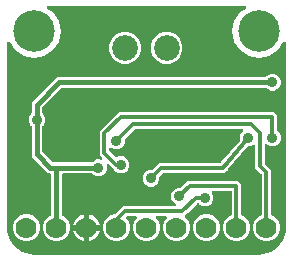
<source format=gbr>
G04 EAGLE Gerber RS-274X export*
G75*
%MOMM*%
%FSLAX34Y34*%
%LPD*%
%INBottom Copper*%
%IPPOS*%
%AMOC8*
5,1,8,0,0,1.08239X$1,22.5*%
G01*
%ADD10C,2.184400*%
%ADD11C,3.516000*%
%ADD12C,1.778000*%
%ADD13C,0.906400*%
%ADD14C,0.406400*%
%ADD15C,0.304800*%

G36*
X215922Y2543D02*
X215922Y2543D01*
X216000Y2545D01*
X219377Y2810D01*
X219445Y2824D01*
X219514Y2829D01*
X219670Y2869D01*
X226094Y4956D01*
X226201Y5006D01*
X226312Y5050D01*
X226363Y5083D01*
X226382Y5091D01*
X226397Y5104D01*
X226448Y5136D01*
X231912Y9107D01*
X231999Y9188D01*
X232046Y9227D01*
X232052Y9231D01*
X232053Y9232D01*
X232091Y9264D01*
X232129Y9310D01*
X232144Y9324D01*
X232155Y9342D01*
X232193Y9388D01*
X236164Y14852D01*
X236221Y14956D01*
X236285Y15056D01*
X236307Y15113D01*
X236317Y15131D01*
X236322Y15151D01*
X236344Y15206D01*
X238431Y21630D01*
X238444Y21698D01*
X238467Y21764D01*
X238490Y21923D01*
X238755Y25300D01*
X238755Y25304D01*
X238756Y25307D01*
X238755Y25326D01*
X238759Y25400D01*
X238759Y181766D01*
X238746Y181870D01*
X238742Y181974D01*
X238726Y182027D01*
X238719Y182081D01*
X238681Y182178D01*
X238651Y182279D01*
X238623Y182326D01*
X238602Y182377D01*
X238541Y182462D01*
X238487Y182551D01*
X238448Y182590D01*
X238416Y182635D01*
X238335Y182701D01*
X238261Y182774D01*
X238213Y182802D01*
X238171Y182837D01*
X238076Y182882D01*
X237986Y182934D01*
X237933Y182949D01*
X237883Y182973D01*
X237780Y182992D01*
X237680Y183021D01*
X237625Y183022D01*
X237571Y183033D01*
X237466Y183026D01*
X237362Y183029D01*
X237308Y183016D01*
X237253Y183013D01*
X237154Y182981D01*
X237052Y182957D01*
X237003Y182932D01*
X236951Y182915D01*
X236862Y182859D01*
X236770Y182811D01*
X236728Y182774D01*
X236682Y182745D01*
X236610Y182669D01*
X236532Y182599D01*
X236479Y182529D01*
X236464Y182513D01*
X236457Y182500D01*
X236435Y182471D01*
X231934Y175736D01*
X224578Y170820D01*
X215900Y169094D01*
X207222Y170820D01*
X199866Y175736D01*
X194950Y183092D01*
X193224Y191770D01*
X194950Y200448D01*
X199866Y207804D01*
X204700Y211035D01*
X204779Y211103D01*
X204864Y211164D01*
X204899Y211207D01*
X204941Y211243D01*
X205000Y211329D01*
X205067Y211409D01*
X205090Y211459D01*
X205121Y211505D01*
X205158Y211603D01*
X205202Y211697D01*
X205213Y211751D01*
X205232Y211803D01*
X205242Y211907D01*
X205262Y212010D01*
X205259Y212065D01*
X205264Y212119D01*
X205249Y212223D01*
X205242Y212327D01*
X205225Y212379D01*
X205217Y212434D01*
X205176Y212530D01*
X205144Y212629D01*
X205115Y212676D01*
X205093Y212727D01*
X205030Y212810D01*
X204974Y212898D01*
X204934Y212936D01*
X204900Y212980D01*
X204818Y213045D01*
X204742Y213116D01*
X204694Y213143D01*
X204651Y213177D01*
X204555Y213219D01*
X204464Y213270D01*
X204411Y213283D01*
X204360Y213306D01*
X204257Y213323D01*
X204156Y213349D01*
X204068Y213355D01*
X204046Y213358D01*
X204032Y213357D01*
X203995Y213359D01*
X37305Y213359D01*
X37201Y213346D01*
X37097Y213342D01*
X37044Y213326D01*
X36989Y213319D01*
X36892Y213281D01*
X36792Y213251D01*
X36745Y213223D01*
X36694Y213202D01*
X36609Y213141D01*
X36519Y213087D01*
X36481Y213048D01*
X36436Y213016D01*
X36369Y212935D01*
X36296Y212861D01*
X36269Y212813D01*
X36233Y212771D01*
X36189Y212676D01*
X36136Y212586D01*
X36121Y212533D01*
X36098Y212483D01*
X36078Y212380D01*
X36050Y212280D01*
X36048Y212225D01*
X36038Y212171D01*
X36045Y212066D01*
X36042Y211962D01*
X36054Y211908D01*
X36058Y211853D01*
X36090Y211754D01*
X36113Y211652D01*
X36139Y211603D01*
X36156Y211551D01*
X36212Y211462D01*
X36260Y211370D01*
X36296Y211328D01*
X36326Y211282D01*
X36402Y211210D01*
X36472Y211132D01*
X36542Y211079D01*
X36558Y211064D01*
X36571Y211057D01*
X36600Y211035D01*
X41434Y207804D01*
X46350Y200448D01*
X48076Y191770D01*
X46350Y183092D01*
X41434Y175736D01*
X34078Y170820D01*
X25400Y169094D01*
X16722Y170820D01*
X9366Y175736D01*
X4865Y182471D01*
X4797Y182550D01*
X4736Y182635D01*
X4693Y182670D01*
X4657Y182711D01*
X4571Y182771D01*
X4491Y182837D01*
X4441Y182861D01*
X4395Y182892D01*
X4297Y182928D01*
X4203Y182973D01*
X4149Y182983D01*
X4097Y183002D01*
X3993Y183013D01*
X3890Y183033D01*
X3835Y183029D01*
X3781Y183035D01*
X3677Y183019D01*
X3573Y183013D01*
X3521Y182996D01*
X3466Y182988D01*
X3370Y182947D01*
X3271Y182915D01*
X3224Y182885D01*
X3173Y182864D01*
X3090Y182801D01*
X3002Y182745D01*
X2964Y182705D01*
X2920Y182671D01*
X2855Y182589D01*
X2784Y182513D01*
X2757Y182465D01*
X2723Y182422D01*
X2681Y182326D01*
X2630Y182235D01*
X2617Y182181D01*
X2594Y182131D01*
X2577Y182028D01*
X2551Y181927D01*
X2545Y181839D01*
X2542Y181817D01*
X2543Y181802D01*
X2541Y181766D01*
X2541Y25400D01*
X2543Y25378D01*
X2545Y25300D01*
X2810Y21923D01*
X2824Y21855D01*
X2829Y21786D01*
X2869Y21630D01*
X4956Y15206D01*
X5006Y15099D01*
X5050Y14988D01*
X5083Y14937D01*
X5091Y14918D01*
X5104Y14903D01*
X5136Y14852D01*
X9107Y9388D01*
X9127Y9366D01*
X9138Y9348D01*
X9184Y9305D01*
X9188Y9301D01*
X9264Y9209D01*
X9310Y9171D01*
X9324Y9156D01*
X9342Y9145D01*
X9388Y9107D01*
X14596Y5322D01*
X14852Y5136D01*
X14956Y5079D01*
X15056Y5015D01*
X15113Y4993D01*
X15131Y4983D01*
X15151Y4978D01*
X15206Y4956D01*
X21630Y2869D01*
X21698Y2856D01*
X21764Y2833D01*
X21923Y2810D01*
X25300Y2545D01*
X25322Y2546D01*
X25400Y2541D01*
X215900Y2541D01*
X215922Y2543D01*
G37*
%LPC*%
G36*
X42176Y13969D02*
X42176Y13969D01*
X37975Y15709D01*
X34759Y18925D01*
X33019Y23126D01*
X33019Y27674D01*
X34759Y31875D01*
X37975Y35091D01*
X39094Y35554D01*
X39119Y35569D01*
X39147Y35578D01*
X39257Y35647D01*
X39370Y35711D01*
X39391Y35732D01*
X39416Y35748D01*
X39505Y35842D01*
X39598Y35933D01*
X39614Y35958D01*
X39634Y35979D01*
X39697Y36093D01*
X39765Y36204D01*
X39773Y36232D01*
X39788Y36258D01*
X39820Y36384D01*
X39858Y36508D01*
X39860Y36537D01*
X39867Y36566D01*
X39877Y36727D01*
X39877Y70358D01*
X39862Y70476D01*
X39855Y70595D01*
X39842Y70633D01*
X39837Y70674D01*
X39794Y70784D01*
X39757Y70897D01*
X39735Y70932D01*
X39720Y70969D01*
X39651Y71065D01*
X39587Y71166D01*
X39557Y71194D01*
X39534Y71227D01*
X39442Y71303D01*
X39355Y71384D01*
X39320Y71404D01*
X39289Y71429D01*
X39181Y71480D01*
X39077Y71538D01*
X39037Y71548D01*
X39001Y71565D01*
X38884Y71587D01*
X38769Y71617D01*
X38709Y71621D01*
X38689Y71625D01*
X38668Y71623D01*
X38608Y71627D01*
X37476Y71627D01*
X23367Y85736D01*
X23367Y110885D01*
X23355Y110983D01*
X23352Y111082D01*
X23335Y111140D01*
X23327Y111200D01*
X23291Y111292D01*
X23263Y111387D01*
X23233Y111440D01*
X23210Y111496D01*
X23152Y111576D01*
X23102Y111661D01*
X23036Y111737D01*
X23024Y111753D01*
X23014Y111761D01*
X22996Y111782D01*
X21944Y112834D01*
X20867Y115433D01*
X20867Y118247D01*
X21944Y120846D01*
X22995Y121898D01*
X23056Y121976D01*
X23124Y122048D01*
X23153Y122101D01*
X23190Y122149D01*
X23230Y122240D01*
X23278Y122327D01*
X23293Y122385D01*
X23317Y122441D01*
X23332Y122539D01*
X23357Y122635D01*
X23363Y122735D01*
X23367Y122755D01*
X23365Y122767D01*
X23367Y122795D01*
X23367Y131434D01*
X45096Y153163D01*
X221375Y153163D01*
X221473Y153175D01*
X221572Y153178D01*
X221630Y153195D01*
X221690Y153203D01*
X221782Y153239D01*
X221877Y153267D01*
X221930Y153297D01*
X221986Y153320D01*
X222066Y153378D01*
X222151Y153428D01*
X222227Y153494D01*
X222243Y153506D01*
X222251Y153516D01*
X222272Y153534D01*
X223324Y154586D01*
X225923Y155663D01*
X228737Y155663D01*
X231336Y154586D01*
X233326Y152596D01*
X234403Y149997D01*
X234403Y147183D01*
X233326Y144584D01*
X231336Y142594D01*
X228737Y141517D01*
X225923Y141517D01*
X223324Y142594D01*
X222272Y143646D01*
X222194Y143706D01*
X222122Y143774D01*
X222069Y143803D01*
X222021Y143840D01*
X221930Y143880D01*
X221843Y143928D01*
X221785Y143943D01*
X221729Y143967D01*
X221631Y143982D01*
X221535Y144007D01*
X221435Y144013D01*
X221415Y144017D01*
X221403Y144015D01*
X221375Y144017D01*
X49410Y144017D01*
X49312Y144005D01*
X49213Y144002D01*
X49154Y143985D01*
X49094Y143977D01*
X49002Y143941D01*
X48907Y143913D01*
X48855Y143883D01*
X48799Y143860D01*
X48719Y143802D01*
X48633Y143752D01*
X48558Y143686D01*
X48541Y143674D01*
X48533Y143664D01*
X48512Y143646D01*
X32884Y128018D01*
X32824Y127939D01*
X32756Y127867D01*
X32727Y127814D01*
X32690Y127766D01*
X32650Y127675D01*
X32602Y127589D01*
X32587Y127530D01*
X32563Y127475D01*
X32548Y127377D01*
X32523Y127281D01*
X32517Y127181D01*
X32513Y127160D01*
X32515Y127148D01*
X32513Y127120D01*
X32513Y122795D01*
X32525Y122697D01*
X32528Y122598D01*
X32545Y122540D01*
X32553Y122480D01*
X32589Y122388D01*
X32617Y122293D01*
X32647Y122240D01*
X32670Y122184D01*
X32728Y122104D01*
X32778Y122019D01*
X32844Y121943D01*
X32856Y121927D01*
X32866Y121919D01*
X32885Y121898D01*
X33936Y120846D01*
X35013Y118247D01*
X35013Y115433D01*
X33936Y112834D01*
X32884Y111782D01*
X32824Y111704D01*
X32756Y111632D01*
X32727Y111579D01*
X32690Y111531D01*
X32650Y111440D01*
X32602Y111353D01*
X32587Y111295D01*
X32563Y111239D01*
X32548Y111141D01*
X32523Y111045D01*
X32517Y110945D01*
X32513Y110925D01*
X32515Y110913D01*
X32513Y110885D01*
X32513Y90050D01*
X32525Y89952D01*
X32528Y89853D01*
X32545Y89794D01*
X32553Y89734D01*
X32589Y89642D01*
X32617Y89547D01*
X32647Y89495D01*
X32670Y89439D01*
X32728Y89359D01*
X32778Y89273D01*
X32844Y89198D01*
X32856Y89181D01*
X32866Y89173D01*
X32884Y89152D01*
X40892Y81144D01*
X40971Y81084D01*
X41043Y81016D01*
X41096Y80987D01*
X41144Y80950D01*
X41235Y80910D01*
X41321Y80862D01*
X41380Y80847D01*
X41435Y80823D01*
X41533Y80808D01*
X41629Y80783D01*
X41729Y80777D01*
X41750Y80773D01*
X41762Y80775D01*
X41790Y80773D01*
X74055Y80773D01*
X74153Y80785D01*
X74252Y80788D01*
X74310Y80805D01*
X74370Y80813D01*
X74462Y80849D01*
X74557Y80877D01*
X74610Y80907D01*
X74666Y80930D01*
X74746Y80988D01*
X74831Y81038D01*
X74907Y81104D01*
X74923Y81116D01*
X74931Y81126D01*
X74952Y81144D01*
X76004Y82196D01*
X78603Y83273D01*
X81417Y83273D01*
X81585Y83203D01*
X81653Y83185D01*
X81717Y83157D01*
X81805Y83143D01*
X81892Y83119D01*
X81962Y83118D01*
X82031Y83107D01*
X82120Y83115D01*
X82210Y83114D01*
X82278Y83130D01*
X82347Y83137D01*
X82432Y83167D01*
X82519Y83188D01*
X82581Y83221D01*
X82647Y83244D01*
X82721Y83295D01*
X82800Y83337D01*
X82852Y83384D01*
X82910Y83423D01*
X82969Y83490D01*
X83036Y83551D01*
X83074Y83609D01*
X83120Y83661D01*
X83161Y83741D01*
X83210Y83816D01*
X83233Y83882D01*
X83265Y83945D01*
X83285Y84032D01*
X83314Y84117D01*
X83319Y84187D01*
X83335Y84255D01*
X83332Y84345D01*
X83339Y84434D01*
X83327Y84503D01*
X83325Y84573D01*
X83300Y84659D01*
X83285Y84748D01*
X83256Y84811D01*
X83236Y84878D01*
X83191Y84956D01*
X83154Y85038D01*
X83110Y85092D01*
X83075Y85152D01*
X82969Y85273D01*
X81025Y87216D01*
X81025Y107094D01*
X97376Y123445D01*
X229014Y123445D01*
X231395Y121064D01*
X231395Y108063D01*
X231407Y107965D01*
X231410Y107866D01*
X231427Y107808D01*
X231435Y107748D01*
X231471Y107656D01*
X231499Y107561D01*
X231529Y107508D01*
X231552Y107452D01*
X231610Y107372D01*
X231660Y107287D01*
X231726Y107211D01*
X231738Y107195D01*
X231748Y107187D01*
X231766Y107166D01*
X233326Y105606D01*
X234403Y103007D01*
X234403Y100193D01*
X233326Y97594D01*
X231336Y95604D01*
X228737Y94527D01*
X225923Y94527D01*
X223324Y95604D01*
X222766Y96161D01*
X222657Y96246D01*
X222550Y96335D01*
X222531Y96344D01*
X222515Y96356D01*
X222387Y96412D01*
X222262Y96471D01*
X222242Y96474D01*
X222223Y96482D01*
X222085Y96504D01*
X221949Y96530D01*
X221929Y96529D01*
X221909Y96532D01*
X221770Y96519D01*
X221632Y96511D01*
X221613Y96504D01*
X221593Y96503D01*
X221462Y96455D01*
X221330Y96413D01*
X221312Y96402D01*
X221293Y96395D01*
X221179Y96317D01*
X221061Y96242D01*
X221047Y96228D01*
X221030Y96216D01*
X220938Y96112D01*
X220843Y96011D01*
X220833Y95993D01*
X220820Y95978D01*
X220757Y95854D01*
X220689Y95732D01*
X220684Y95713D01*
X220675Y95695D01*
X220645Y95559D01*
X220610Y95424D01*
X220608Y95396D01*
X220605Y95384D01*
X220606Y95364D01*
X220600Y95264D01*
X220600Y80314D01*
X220612Y80216D01*
X220615Y80117D01*
X220632Y80059D01*
X220640Y79999D01*
X220676Y79907D01*
X220704Y79812D01*
X220734Y79760D01*
X220757Y79703D01*
X220815Y79623D01*
X220865Y79538D01*
X220931Y79462D01*
X220943Y79446D01*
X220953Y79438D01*
X220971Y79417D01*
X226315Y74074D01*
X226315Y36937D01*
X226318Y36908D01*
X226316Y36878D01*
X226338Y36750D01*
X226355Y36621D01*
X226365Y36594D01*
X226370Y36565D01*
X226424Y36446D01*
X226472Y36326D01*
X226489Y36302D01*
X226501Y36275D01*
X226582Y36174D01*
X226658Y36068D01*
X226681Y36050D01*
X226700Y36027D01*
X226803Y35949D01*
X226903Y35866D01*
X226930Y35853D01*
X226954Y35835D01*
X227098Y35764D01*
X228725Y35091D01*
X231941Y31875D01*
X233681Y27674D01*
X233681Y23126D01*
X231941Y18925D01*
X228725Y15709D01*
X224524Y13969D01*
X219976Y13969D01*
X215775Y15709D01*
X212559Y18925D01*
X210819Y23126D01*
X210819Y27674D01*
X212559Y31875D01*
X215775Y35091D01*
X217402Y35764D01*
X217427Y35779D01*
X217455Y35788D01*
X217565Y35858D01*
X217678Y35922D01*
X217699Y35942D01*
X217724Y35958D01*
X217813Y36053D01*
X217906Y36143D01*
X217922Y36168D01*
X217942Y36190D01*
X218005Y36303D01*
X218073Y36414D01*
X218081Y36442D01*
X218096Y36468D01*
X218128Y36594D01*
X218166Y36718D01*
X218168Y36748D01*
X218175Y36776D01*
X218185Y36937D01*
X218185Y70181D01*
X218173Y70279D01*
X218170Y70378D01*
X218153Y70436D01*
X218145Y70496D01*
X218109Y70588D01*
X218081Y70683D01*
X218051Y70735D01*
X218028Y70792D01*
X217970Y70872D01*
X217920Y70957D01*
X217854Y71033D01*
X217842Y71049D01*
X217832Y71057D01*
X217814Y71078D01*
X215223Y73669D01*
X212470Y76421D01*
X212470Y94307D01*
X212464Y94356D01*
X212466Y94406D01*
X212444Y94513D01*
X212430Y94622D01*
X212412Y94669D01*
X212402Y94717D01*
X212354Y94816D01*
X212313Y94918D01*
X212284Y94958D01*
X212262Y95003D01*
X212191Y95086D01*
X212127Y95175D01*
X212088Y95207D01*
X212056Y95245D01*
X211966Y95308D01*
X211882Y95378D01*
X211837Y95399D01*
X211796Y95428D01*
X211693Y95467D01*
X211594Y95514D01*
X211545Y95523D01*
X211499Y95541D01*
X211389Y95553D01*
X211282Y95573D01*
X211232Y95570D01*
X211183Y95576D01*
X211074Y95560D01*
X210964Y95554D01*
X210917Y95538D01*
X210868Y95531D01*
X210715Y95479D01*
X208417Y94527D01*
X206920Y94527D01*
X206771Y94508D01*
X206622Y94492D01*
X206613Y94489D01*
X206604Y94487D01*
X206465Y94432D01*
X206325Y94379D01*
X206317Y94374D01*
X206309Y94370D01*
X206188Y94283D01*
X206065Y94196D01*
X206056Y94187D01*
X206051Y94184D01*
X206043Y94173D01*
X205953Y94080D01*
X189787Y75061D01*
X189761Y75021D01*
X189728Y74986D01*
X189674Y74889D01*
X189613Y74795D01*
X189597Y74750D01*
X189574Y74708D01*
X189547Y74600D01*
X189535Y74567D01*
X188447Y73478D01*
X188433Y73461D01*
X188377Y73403D01*
X187389Y72241D01*
X187349Y72221D01*
X187302Y72207D01*
X187206Y72151D01*
X187175Y72135D01*
X185636Y72135D01*
X185614Y72133D01*
X185533Y72131D01*
X184013Y72008D01*
X183970Y72023D01*
X183928Y72046D01*
X183820Y72073D01*
X183714Y72109D01*
X183666Y72113D01*
X183620Y72125D01*
X183459Y72135D01*
X135559Y72135D01*
X135461Y72123D01*
X135362Y72120D01*
X135304Y72103D01*
X135244Y72095D01*
X135152Y72059D01*
X135057Y72031D01*
X135005Y72001D01*
X134948Y71978D01*
X134868Y71920D01*
X134783Y71870D01*
X134707Y71804D01*
X134691Y71792D01*
X134683Y71782D01*
X134662Y71764D01*
X131904Y69006D01*
X131844Y68928D01*
X131776Y68856D01*
X131747Y68803D01*
X131710Y68755D01*
X131670Y68664D01*
X131622Y68577D01*
X131607Y68519D01*
X131583Y68463D01*
X131568Y68365D01*
X131543Y68269D01*
X131537Y68169D01*
X131533Y68149D01*
X131535Y68137D01*
X131533Y68109D01*
X131533Y65903D01*
X130456Y63304D01*
X128466Y61314D01*
X125867Y60237D01*
X123053Y60237D01*
X120454Y61314D01*
X118464Y63304D01*
X117387Y65903D01*
X117387Y68717D01*
X118464Y71316D01*
X120454Y73306D01*
X123053Y74383D01*
X125259Y74383D01*
X125357Y74395D01*
X125456Y74398D01*
X125514Y74415D01*
X125574Y74423D01*
X125666Y74459D01*
X125761Y74487D01*
X125813Y74517D01*
X125870Y74540D01*
X125950Y74598D01*
X126035Y74648D01*
X126111Y74714D01*
X126127Y74726D01*
X126135Y74736D01*
X126156Y74754D01*
X131666Y80265D01*
X182953Y80265D01*
X183103Y80284D01*
X183251Y80300D01*
X183260Y80303D01*
X183269Y80305D01*
X183409Y80360D01*
X183549Y80413D01*
X183556Y80418D01*
X183565Y80422D01*
X183686Y80509D01*
X183809Y80596D01*
X183817Y80605D01*
X183822Y80608D01*
X183830Y80619D01*
X183920Y80712D01*
X199635Y99200D01*
X199661Y99240D01*
X199694Y99275D01*
X199748Y99372D01*
X199809Y99466D01*
X199825Y99511D01*
X199848Y99553D01*
X199875Y99661D01*
X199911Y99767D01*
X199915Y99815D01*
X199927Y99861D01*
X199937Y100022D01*
X199937Y103007D01*
X201014Y105606D01*
X202206Y106799D01*
X202291Y106908D01*
X202380Y107015D01*
X202389Y107034D01*
X202401Y107050D01*
X202456Y107177D01*
X202516Y107303D01*
X202519Y107323D01*
X202527Y107342D01*
X202549Y107480D01*
X202575Y107616D01*
X202574Y107636D01*
X202577Y107656D01*
X202564Y107795D01*
X202556Y107933D01*
X202549Y107952D01*
X202548Y107972D01*
X202500Y108104D01*
X202458Y108235D01*
X202447Y108253D01*
X202440Y108272D01*
X202362Y108387D01*
X202287Y108504D01*
X202273Y108518D01*
X202261Y108535D01*
X202157Y108627D01*
X202056Y108722D01*
X202038Y108732D01*
X202023Y108745D01*
X201899Y108809D01*
X201777Y108876D01*
X201758Y108881D01*
X201740Y108890D01*
X201604Y108920D01*
X201469Y108955D01*
X201441Y108957D01*
X201429Y108960D01*
X201409Y108959D01*
X201309Y108965D01*
X111429Y108965D01*
X111331Y108953D01*
X111232Y108950D01*
X111174Y108933D01*
X111114Y108925D01*
X111022Y108889D01*
X110927Y108861D01*
X110875Y108831D01*
X110818Y108808D01*
X110738Y108750D01*
X110653Y108700D01*
X110577Y108634D01*
X110561Y108622D01*
X110553Y108612D01*
X110532Y108594D01*
X102694Y100756D01*
X102634Y100678D01*
X102566Y100606D01*
X102537Y100553D01*
X102500Y100505D01*
X102460Y100414D01*
X102412Y100327D01*
X102397Y100269D01*
X102373Y100213D01*
X102358Y100115D01*
X102333Y100019D01*
X102327Y99919D01*
X102323Y99899D01*
X102325Y99887D01*
X102323Y99859D01*
X102323Y97653D01*
X101246Y95054D01*
X99256Y93064D01*
X96657Y91987D01*
X93843Y91987D01*
X91197Y93083D01*
X91105Y93160D01*
X91086Y93169D01*
X91070Y93181D01*
X90942Y93237D01*
X90817Y93296D01*
X90797Y93299D01*
X90779Y93307D01*
X90641Y93329D01*
X90504Y93355D01*
X90484Y93354D01*
X90464Y93357D01*
X90326Y93344D01*
X90187Y93336D01*
X90168Y93329D01*
X90148Y93328D01*
X90017Y93280D01*
X89885Y93238D01*
X89868Y93227D01*
X89849Y93220D01*
X89733Y93142D01*
X89616Y93067D01*
X89602Y93053D01*
X89585Y93041D01*
X89493Y92937D01*
X89398Y92836D01*
X89388Y92818D01*
X89375Y92803D01*
X89312Y92679D01*
X89244Y92557D01*
X89239Y92538D01*
X89230Y92520D01*
X89200Y92384D01*
X89165Y92249D01*
X89163Y92221D01*
X89161Y92210D01*
X89161Y92189D01*
X89155Y92089D01*
X89155Y91109D01*
X89167Y91011D01*
X89170Y90912D01*
X89187Y90854D01*
X89195Y90794D01*
X89231Y90702D01*
X89259Y90607D01*
X89289Y90555D01*
X89312Y90498D01*
X89370Y90418D01*
X89420Y90333D01*
X89486Y90257D01*
X89498Y90241D01*
X89508Y90233D01*
X89526Y90212D01*
X94418Y85321D01*
X94441Y85303D01*
X94460Y85280D01*
X94566Y85205D01*
X94669Y85126D01*
X94696Y85114D01*
X94720Y85097D01*
X94842Y85051D01*
X94961Y84999D01*
X94990Y84995D01*
X95018Y84984D01*
X95147Y84970D01*
X95275Y84950D01*
X95304Y84952D01*
X95334Y84949D01*
X95462Y84967D01*
X95592Y84979D01*
X95619Y84989D01*
X95649Y84993D01*
X95801Y85046D01*
X97653Y85813D01*
X100467Y85813D01*
X103066Y84736D01*
X105056Y82746D01*
X106133Y80147D01*
X106133Y77333D01*
X105056Y74734D01*
X103066Y72744D01*
X100467Y71667D01*
X97653Y71667D01*
X95054Y72744D01*
X93064Y74734D01*
X92847Y75258D01*
X92842Y75266D01*
X92840Y75275D01*
X92764Y75404D01*
X92689Y75534D01*
X92683Y75541D01*
X92678Y75549D01*
X92572Y75670D01*
X89083Y79159D01*
X89028Y79201D01*
X88979Y79251D01*
X88903Y79298D01*
X88832Y79353D01*
X88768Y79381D01*
X88708Y79418D01*
X88622Y79444D01*
X88540Y79480D01*
X88471Y79491D01*
X88404Y79511D01*
X88315Y79516D01*
X88226Y79530D01*
X88156Y79523D01*
X88087Y79526D01*
X87999Y79508D01*
X87909Y79500D01*
X87843Y79476D01*
X87775Y79462D01*
X87695Y79423D01*
X87610Y79392D01*
X87552Y79353D01*
X87489Y79322D01*
X87421Y79264D01*
X87347Y79214D01*
X87301Y79161D01*
X87248Y79116D01*
X87196Y79043D01*
X87136Y78975D01*
X87105Y78913D01*
X87064Y78856D01*
X87033Y78772D01*
X86992Y78692D01*
X86976Y78624D01*
X86952Y78559D01*
X86942Y78469D01*
X86922Y78382D01*
X86924Y78312D01*
X86916Y78243D01*
X86929Y78154D01*
X86932Y78064D01*
X86951Y77997D01*
X86961Y77928D01*
X87013Y77775D01*
X87083Y77607D01*
X87083Y74793D01*
X86006Y72194D01*
X84016Y70204D01*
X81417Y69127D01*
X78603Y69127D01*
X76004Y70204D01*
X74952Y71256D01*
X74874Y71316D01*
X74802Y71384D01*
X74749Y71413D01*
X74701Y71450D01*
X74610Y71490D01*
X74523Y71538D01*
X74465Y71553D01*
X74409Y71577D01*
X74311Y71592D01*
X74215Y71617D01*
X74115Y71623D01*
X74095Y71627D01*
X74083Y71625D01*
X74055Y71627D01*
X50292Y71627D01*
X50174Y71612D01*
X50055Y71605D01*
X50017Y71592D01*
X49976Y71587D01*
X49866Y71544D01*
X49753Y71507D01*
X49718Y71485D01*
X49681Y71470D01*
X49585Y71401D01*
X49484Y71337D01*
X49456Y71307D01*
X49423Y71284D01*
X49347Y71192D01*
X49266Y71105D01*
X49246Y71070D01*
X49221Y71039D01*
X49170Y70931D01*
X49112Y70827D01*
X49102Y70787D01*
X49085Y70751D01*
X49063Y70634D01*
X49033Y70519D01*
X49029Y70459D01*
X49025Y70439D01*
X49027Y70418D01*
X49023Y70358D01*
X49023Y36727D01*
X49026Y36697D01*
X49024Y36668D01*
X49046Y36540D01*
X49063Y36411D01*
X49073Y36384D01*
X49078Y36354D01*
X49132Y36236D01*
X49180Y36115D01*
X49197Y36091D01*
X49209Y36064D01*
X49290Y35963D01*
X49366Y35858D01*
X49389Y35839D01*
X49408Y35816D01*
X49511Y35738D01*
X49611Y35655D01*
X49638Y35643D01*
X49662Y35625D01*
X49806Y35554D01*
X50925Y35091D01*
X54141Y31875D01*
X55881Y27674D01*
X55881Y23126D01*
X54141Y18925D01*
X50925Y15709D01*
X46724Y13969D01*
X42176Y13969D01*
G37*
%LPD*%
%LPC*%
G36*
X92976Y13969D02*
X92976Y13969D01*
X88775Y15709D01*
X85559Y18925D01*
X83819Y23126D01*
X83819Y27674D01*
X85559Y31875D01*
X88775Y35091D01*
X92976Y36831D01*
X94057Y36831D01*
X94155Y36843D01*
X94254Y36846D01*
X94312Y36863D01*
X94372Y36871D01*
X94464Y36907D01*
X94559Y36935D01*
X94611Y36965D01*
X94668Y36988D01*
X94748Y37046D01*
X94833Y37096D01*
X94909Y37162D01*
X94925Y37174D01*
X94933Y37184D01*
X94954Y37202D01*
X101186Y43435D01*
X144575Y43435D01*
X144644Y43443D01*
X144714Y43442D01*
X144801Y43463D01*
X144890Y43475D01*
X144955Y43500D01*
X145023Y43517D01*
X145102Y43559D01*
X145186Y43592D01*
X145242Y43633D01*
X145304Y43665D01*
X145370Y43726D01*
X145443Y43778D01*
X145488Y43832D01*
X145539Y43879D01*
X145589Y43954D01*
X145646Y44023D01*
X145676Y44087D01*
X145714Y44145D01*
X145743Y44230D01*
X145781Y44311D01*
X145795Y44380D01*
X145817Y44446D01*
X145824Y44535D01*
X145841Y44623D01*
X145837Y44693D01*
X145842Y44763D01*
X145827Y44851D01*
X145821Y44941D01*
X145800Y45007D01*
X145788Y45076D01*
X145751Y45158D01*
X145723Y45243D01*
X145686Y45302D01*
X145657Y45366D01*
X145601Y45436D01*
X145553Y45512D01*
X145502Y45560D01*
X145459Y45614D01*
X145387Y45668D01*
X145322Y45730D01*
X145260Y45764D01*
X145205Y45806D01*
X145060Y45877D01*
X144584Y46074D01*
X142594Y48064D01*
X141517Y50663D01*
X141517Y53477D01*
X142594Y56076D01*
X144584Y58066D01*
X147183Y59143D01*
X149389Y59143D01*
X149487Y59155D01*
X149586Y59158D01*
X149644Y59175D01*
X149704Y59183D01*
X149796Y59219D01*
X149891Y59247D01*
X149943Y59277D01*
X150000Y59300D01*
X150080Y59358D01*
X150165Y59408D01*
X150241Y59474D01*
X150257Y59486D01*
X150265Y59496D01*
X150286Y59514D01*
X155796Y65025D01*
X198534Y65025D01*
X200915Y62644D01*
X200915Y36937D01*
X200918Y36908D01*
X200916Y36878D01*
X200938Y36750D01*
X200955Y36621D01*
X200965Y36594D01*
X200970Y36565D01*
X201024Y36446D01*
X201072Y36326D01*
X201089Y36302D01*
X201101Y36275D01*
X201182Y36174D01*
X201258Y36068D01*
X201281Y36050D01*
X201300Y36027D01*
X201403Y35949D01*
X201503Y35866D01*
X201530Y35853D01*
X201554Y35835D01*
X201698Y35764D01*
X203325Y35091D01*
X206541Y31875D01*
X208281Y27674D01*
X208281Y23126D01*
X206541Y18925D01*
X203325Y15709D01*
X199124Y13969D01*
X194576Y13969D01*
X190375Y15709D01*
X187159Y18925D01*
X185419Y23126D01*
X185419Y27674D01*
X187159Y31875D01*
X190375Y35091D01*
X192002Y35764D01*
X192027Y35779D01*
X192055Y35788D01*
X192165Y35858D01*
X192278Y35922D01*
X192299Y35942D01*
X192324Y35958D01*
X192413Y36053D01*
X192506Y36143D01*
X192522Y36168D01*
X192542Y36190D01*
X192605Y36303D01*
X192673Y36414D01*
X192681Y36442D01*
X192696Y36468D01*
X192728Y36594D01*
X192766Y36718D01*
X192768Y36748D01*
X192775Y36776D01*
X192785Y36937D01*
X192785Y55626D01*
X192770Y55744D01*
X192763Y55863D01*
X192750Y55901D01*
X192745Y55942D01*
X192702Y56052D01*
X192665Y56165D01*
X192643Y56200D01*
X192628Y56237D01*
X192559Y56333D01*
X192495Y56434D01*
X192465Y56462D01*
X192442Y56495D01*
X192350Y56571D01*
X192263Y56652D01*
X192228Y56672D01*
X192197Y56697D01*
X192089Y56748D01*
X191985Y56806D01*
X191945Y56816D01*
X191909Y56833D01*
X191792Y56855D01*
X191677Y56885D01*
X191617Y56889D01*
X191597Y56893D01*
X191576Y56891D01*
X191516Y56895D01*
X177151Y56895D01*
X177013Y56878D01*
X176875Y56865D01*
X176856Y56858D01*
X176836Y56855D01*
X176706Y56804D01*
X176575Y56757D01*
X176559Y56746D01*
X176540Y56738D01*
X176427Y56657D01*
X176312Y56578D01*
X176299Y56563D01*
X176283Y56552D01*
X176194Y56444D01*
X176102Y56340D01*
X176093Y56322D01*
X176080Y56307D01*
X176021Y56181D01*
X175957Y56057D01*
X175953Y56037D01*
X175944Y56019D01*
X175918Y55883D01*
X175888Y55746D01*
X175888Y55726D01*
X175885Y55707D01*
X175893Y55568D01*
X175897Y55429D01*
X175903Y55409D01*
X175904Y55389D01*
X175947Y55257D01*
X175986Y55123D01*
X175996Y55106D01*
X176002Y55087D01*
X176077Y54969D01*
X176148Y54849D01*
X176166Y54828D01*
X176169Y54824D01*
X177253Y52207D01*
X177253Y49393D01*
X176176Y46794D01*
X174186Y44804D01*
X171587Y43727D01*
X168773Y43727D01*
X166174Y44804D01*
X165141Y45837D01*
X165047Y45910D01*
X164957Y45989D01*
X164921Y46007D01*
X164889Y46032D01*
X164780Y46079D01*
X164674Y46133D01*
X164635Y46142D01*
X164597Y46158D01*
X164480Y46177D01*
X164364Y46203D01*
X164323Y46202D01*
X164283Y46208D01*
X164165Y46197D01*
X164046Y46193D01*
X164007Y46182D01*
X163967Y46178D01*
X163855Y46138D01*
X163740Y46105D01*
X163706Y46085D01*
X163667Y46071D01*
X163569Y46004D01*
X163466Y45944D01*
X163421Y45904D01*
X163404Y45892D01*
X163391Y45877D01*
X163346Y45837D01*
X155566Y38058D01*
X153459Y35951D01*
X153386Y35857D01*
X153308Y35768D01*
X153289Y35732D01*
X153264Y35700D01*
X153217Y35590D01*
X153163Y35484D01*
X153154Y35445D01*
X153138Y35408D01*
X153119Y35290D01*
X153093Y35174D01*
X153095Y35134D01*
X153088Y35094D01*
X153099Y34975D01*
X153103Y34856D01*
X153114Y34817D01*
X153118Y34777D01*
X153158Y34665D01*
X153191Y34551D01*
X153212Y34516D01*
X153226Y34478D01*
X153293Y34379D01*
X153353Y34277D01*
X153393Y34232D01*
X153404Y34215D01*
X153420Y34201D01*
X153459Y34156D01*
X155741Y31875D01*
X157481Y27674D01*
X157481Y23126D01*
X155741Y18925D01*
X152525Y15709D01*
X148324Y13969D01*
X143776Y13969D01*
X139575Y15709D01*
X136359Y18925D01*
X134619Y23126D01*
X134619Y27674D01*
X136359Y31875D01*
X137623Y33139D01*
X137708Y33248D01*
X137797Y33355D01*
X137806Y33374D01*
X137818Y33390D01*
X137873Y33517D01*
X137932Y33643D01*
X137936Y33663D01*
X137944Y33682D01*
X137966Y33820D01*
X137992Y33956D01*
X137991Y33976D01*
X137994Y33996D01*
X137981Y34135D01*
X137972Y34273D01*
X137966Y34292D01*
X137964Y34312D01*
X137917Y34444D01*
X137874Y34575D01*
X137864Y34593D01*
X137857Y34612D01*
X137779Y34727D01*
X137704Y34844D01*
X137690Y34858D01*
X137678Y34875D01*
X137574Y34967D01*
X137473Y35062D01*
X137455Y35072D01*
X137440Y35085D01*
X137316Y35149D01*
X137194Y35216D01*
X137175Y35221D01*
X137157Y35230D01*
X137021Y35260D01*
X136886Y35295D01*
X136858Y35297D01*
X136846Y35300D01*
X136826Y35299D01*
X136726Y35305D01*
X129974Y35305D01*
X129836Y35288D01*
X129698Y35275D01*
X129679Y35268D01*
X129659Y35265D01*
X129530Y35214D01*
X129399Y35167D01*
X129382Y35156D01*
X129363Y35148D01*
X129251Y35067D01*
X129136Y34989D01*
X129122Y34973D01*
X129106Y34962D01*
X129017Y34854D01*
X128925Y34750D01*
X128916Y34732D01*
X128903Y34717D01*
X128844Y34591D01*
X128781Y34467D01*
X128776Y34447D01*
X128768Y34429D01*
X128741Y34292D01*
X128711Y34157D01*
X128712Y34136D01*
X128708Y34117D01*
X128716Y33978D01*
X128721Y33839D01*
X128726Y33819D01*
X128728Y33799D01*
X128770Y33667D01*
X128809Y33533D01*
X128819Y33516D01*
X128826Y33497D01*
X128900Y33379D01*
X128971Y33259D01*
X128989Y33238D01*
X128996Y33228D01*
X129011Y33214D01*
X129077Y33139D01*
X130341Y31875D01*
X132081Y27674D01*
X132081Y23126D01*
X130341Y18925D01*
X127125Y15709D01*
X122924Y13969D01*
X118376Y13969D01*
X114175Y15709D01*
X110959Y18925D01*
X109219Y23126D01*
X109219Y27674D01*
X110959Y31875D01*
X112223Y33139D01*
X112308Y33248D01*
X112397Y33355D01*
X112406Y33374D01*
X112418Y33390D01*
X112473Y33517D01*
X112532Y33643D01*
X112536Y33663D01*
X112544Y33682D01*
X112566Y33820D01*
X112592Y33956D01*
X112591Y33976D01*
X112594Y33996D01*
X112581Y34135D01*
X112572Y34273D01*
X112566Y34292D01*
X112564Y34312D01*
X112517Y34444D01*
X112474Y34575D01*
X112464Y34593D01*
X112457Y34612D01*
X112379Y34727D01*
X112304Y34844D01*
X112290Y34858D01*
X112278Y34875D01*
X112174Y34967D01*
X112073Y35062D01*
X112055Y35072D01*
X112040Y35085D01*
X111916Y35149D01*
X111794Y35216D01*
X111775Y35221D01*
X111757Y35230D01*
X111621Y35260D01*
X111486Y35295D01*
X111458Y35297D01*
X111446Y35300D01*
X111426Y35299D01*
X111326Y35305D01*
X105079Y35305D01*
X104981Y35293D01*
X104882Y35290D01*
X104824Y35273D01*
X104764Y35265D01*
X104672Y35229D01*
X104577Y35201D01*
X104525Y35171D01*
X104468Y35148D01*
X104388Y35090D01*
X104303Y35040D01*
X104227Y34974D01*
X104211Y34962D01*
X104203Y34952D01*
X104182Y34934D01*
X103929Y34681D01*
X103856Y34587D01*
X103778Y34498D01*
X103759Y34462D01*
X103735Y34430D01*
X103687Y34321D01*
X103633Y34214D01*
X103624Y34175D01*
X103608Y34138D01*
X103590Y34020D01*
X103563Y33904D01*
X103565Y33864D01*
X103558Y33824D01*
X103569Y33706D01*
X103573Y33586D01*
X103584Y33547D01*
X103588Y33507D01*
X103628Y33395D01*
X103661Y33281D01*
X103682Y33246D01*
X103696Y33208D01*
X103763Y33109D01*
X103823Y33007D01*
X103863Y32962D01*
X103874Y32945D01*
X103890Y32931D01*
X103929Y32886D01*
X104941Y31875D01*
X106681Y27674D01*
X106681Y23126D01*
X104941Y18925D01*
X101725Y15709D01*
X97524Y13969D01*
X92976Y13969D01*
G37*
%LPD*%
%LPC*%
G36*
X134972Y164337D02*
X134972Y164337D01*
X130024Y166387D01*
X126237Y170174D01*
X124187Y175122D01*
X124187Y180478D01*
X126237Y185426D01*
X130024Y189213D01*
X134972Y191263D01*
X140328Y191263D01*
X145276Y189213D01*
X149063Y185426D01*
X151113Y180478D01*
X151113Y175122D01*
X149063Y170174D01*
X145276Y166387D01*
X140328Y164337D01*
X134972Y164337D01*
G37*
%LPD*%
%LPC*%
G36*
X99972Y164337D02*
X99972Y164337D01*
X95024Y166387D01*
X91237Y170174D01*
X89187Y175122D01*
X89187Y180478D01*
X91237Y185426D01*
X95024Y189213D01*
X99972Y191263D01*
X105328Y191263D01*
X110276Y189213D01*
X114063Y185426D01*
X116113Y180478D01*
X116113Y175122D01*
X114063Y170174D01*
X110276Y166387D01*
X105328Y164337D01*
X99972Y164337D01*
G37*
%LPD*%
%LPC*%
G36*
X169176Y13969D02*
X169176Y13969D01*
X164975Y15709D01*
X161759Y18925D01*
X160019Y23126D01*
X160019Y27674D01*
X161759Y31875D01*
X164975Y35091D01*
X169176Y36831D01*
X173724Y36831D01*
X177925Y35091D01*
X181141Y31875D01*
X182881Y27674D01*
X182881Y23126D01*
X181141Y18925D01*
X177925Y15709D01*
X173724Y13969D01*
X169176Y13969D01*
G37*
%LPD*%
%LPC*%
G36*
X16776Y13969D02*
X16776Y13969D01*
X12575Y15709D01*
X9359Y18925D01*
X7619Y23126D01*
X7619Y27674D01*
X9359Y31875D01*
X12575Y35091D01*
X16776Y36831D01*
X21324Y36831D01*
X25525Y35091D01*
X28741Y31875D01*
X30481Y27674D01*
X30481Y23126D01*
X28741Y18925D01*
X25525Y15709D01*
X21324Y13969D01*
X16776Y13969D01*
G37*
%LPD*%
%LPC*%
G36*
X72349Y27899D02*
X72349Y27899D01*
X72349Y36577D01*
X72527Y36549D01*
X74238Y35993D01*
X75841Y35177D01*
X77297Y34119D01*
X78569Y32847D01*
X79627Y31391D01*
X80443Y29788D01*
X80999Y28077D01*
X81027Y27899D01*
X72349Y27899D01*
G37*
%LPD*%
%LPC*%
G36*
X58673Y27899D02*
X58673Y27899D01*
X58701Y28077D01*
X59257Y29788D01*
X60073Y31391D01*
X61131Y32847D01*
X62403Y34119D01*
X63859Y35177D01*
X65462Y35993D01*
X67173Y36549D01*
X67351Y36577D01*
X67351Y27899D01*
X58673Y27899D01*
G37*
%LPD*%
%LPC*%
G36*
X72349Y22901D02*
X72349Y22901D01*
X81027Y22901D01*
X80999Y22723D01*
X80443Y21012D01*
X79627Y19409D01*
X78569Y17953D01*
X77297Y16681D01*
X75841Y15623D01*
X74238Y14807D01*
X72527Y14251D01*
X72349Y14223D01*
X72349Y22901D01*
G37*
%LPD*%
%LPC*%
G36*
X67173Y14251D02*
X67173Y14251D01*
X65462Y14807D01*
X63859Y15623D01*
X62403Y16681D01*
X61131Y17953D01*
X60073Y19409D01*
X59257Y21012D01*
X58701Y22723D01*
X58673Y22901D01*
X67351Y22901D01*
X67351Y14223D01*
X67173Y14251D01*
G37*
%LPD*%
D10*
X102650Y177800D03*
X137650Y177800D03*
D11*
X25400Y191770D03*
X215900Y191770D03*
D12*
X222250Y25400D03*
X196850Y25400D03*
X171450Y25400D03*
X146050Y25400D03*
X120650Y25400D03*
X95250Y25400D03*
X69850Y25400D03*
X44450Y25400D03*
X19050Y25400D03*
D13*
X137160Y66040D03*
X139700Y96520D03*
X48260Y102870D03*
X27940Y116840D03*
D14*
X27940Y87630D01*
X39370Y76200D01*
X44450Y76200D01*
D13*
X80010Y76200D03*
D14*
X44450Y76200D01*
X44450Y25400D01*
D13*
X227330Y148590D03*
D14*
X46990Y148590D01*
X27940Y129540D01*
X27940Y116840D01*
D13*
X99060Y78740D03*
D15*
X95250Y78740D01*
X85090Y88900D01*
X85090Y105410D01*
X99060Y119380D01*
X227330Y119380D01*
X227330Y101600D01*
D13*
X227330Y101600D03*
X124460Y67310D03*
D15*
X133350Y76200D01*
X185420Y76200D01*
X207010Y101600D01*
D13*
X207010Y101600D03*
D15*
X222250Y72390D02*
X222250Y25400D01*
X222250Y72390D02*
X216535Y78105D01*
X109220Y113030D02*
X95250Y99060D01*
D13*
X95250Y99060D03*
D15*
X109220Y113030D02*
X209550Y113030D01*
X216535Y106045D01*
X216535Y78105D01*
D13*
X170180Y50800D03*
D15*
X162560Y50800D01*
X151130Y39370D01*
X148590Y39370D01*
X102870Y39370D01*
X95250Y31750D01*
X95250Y25400D01*
D13*
X148590Y52070D03*
D15*
X157480Y60960D01*
X196850Y60960D01*
X196850Y25400D01*
M02*

</source>
